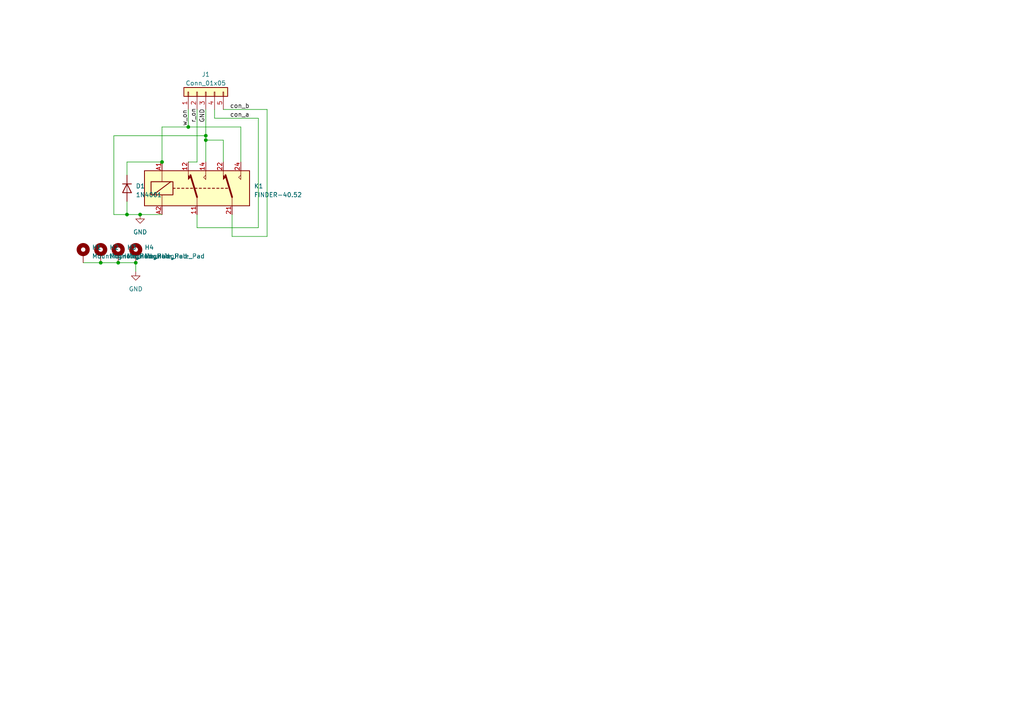
<source format=kicad_sch>
(kicad_sch (version 20230121) (generator eeschema)
  (paper "A4")
  (lib_symbols
    (symbol "Connector_Generic:Conn_01x05" (pin_names (offset 1.016) hide)
      (property "Reference" "J" (at 0 7.62 0))
      (property "Value" "Conn_01x05" (at 0 -7.62 0))
      (symbol "Conn_01x05_1_1"
        (rectangle (start -1.27 -4.953) (end 0 -5.207) (stroke (width 0.1524)))
        (rectangle (start -1.27 -2.413) (end 0 -2.667) (stroke (width 0.1524)))
        (rectangle (start -1.27 0.127) (end 0 -0.127) (stroke (width 0.1524)))
        (rectangle (start -1.27 2.667) (end 0 2.413) (stroke (width 0.1524)))
        (rectangle (start -1.27 5.207) (end 0 4.953) (stroke (width 0.1524)))
        (rectangle (start -1.27 6.35) (end 1.27 -6.35) (stroke (width 0.254)) (fill (type background)))
        (pin passive line (at -5.08 5.08 0) (length 3.81) (name "Pin_1") (number "1"))
        (pin passive line (at -5.08 2.54 0) (length 3.81) (name "Pin_2") (number "2"))
        (pin passive line (at -5.08 0 0) (length 3.81) (name "Pin_3") (number "3"))
        (pin passive line (at -5.08 -2.54 0) (length 3.81) (name "Pin_4") (number "4"))
        (pin passive line (at -5.08 -5.08 0) (length 3.81) (name "Pin_5") (number "5"))
      )
    )
    (symbol "Diode:1N4001" (pin_numbers hide) (pin_names hide)
      (property "Reference" "D" (at 0 2.54 0))
      (property "Value" "1N4001" (at 0 -2.54 0))
      (symbol "1N4001_0_1"
        (polyline (pts (xy -1.27 1.27) (xy -1.27 -1.27)) (stroke (width 0.254)))
        (polyline (pts (xy 1.27 0) (xy -1.27 0)))
        (polyline (pts (xy 1.27 1.27) (xy 1.27 -1.27) (xy -1.27 0) (xy 1.27 1.27)) (stroke (width 0.254)))
      )
      (symbol "1N4001_1_1"
        (pin passive line (at -3.81 0 0) (length 2.54) (name "K") (number "1"))
        (pin passive line (at 3.81 0 180) (length 2.54) (name "A") (number "2"))
      )
    )
    (symbol "Mechanical:MountingHole_Pad" (pin_numbers hide) (pin_names (offset 1.016) hide)
      (property "Reference" "H" (at 0 6.35 0))
      (property "Value" "MountingHole_Pad" (at 0 4.445 0))
      (symbol "MountingHole_Pad_0_1"
        (circle (center 0 1.27) (radius 1.27) (stroke (width 1.27)))
      )
      (symbol "MountingHole_Pad_1_1"
        (pin input line (at 0 -2.54 90) (length 2.54) (name "1") (number "1"))
      )
    )
    (symbol "Relay:FINDER-40.52"
      (property "Reference" "K" (at 16.51 3.81 0))
      (property "Value" "FINDER-40.52" (at 16.51 1.27 0))
      (symbol "FINDER-40.52_0_1"
        (rectangle (start -15.24 5.08) (end 15.24 -5.08) (stroke (width 0.254)) (fill (type background)))
        (rectangle (start -13.335 1.905) (end -6.985 -1.905) (stroke (width 0.254)))
        (polyline (pts (xy -12.7 -1.905) (xy -7.62 1.905)) (stroke (width 0.254)))
        (polyline (pts (xy -10.16 -5.08) (xy -10.16 -1.905)))
        (polyline (pts (xy -10.16 5.08) (xy -10.16 1.905)))
        (polyline (pts (xy -6.985 0) (xy -6.35 0)) (stroke (width 0.254)))
        (polyline (pts (xy -5.715 0) (xy -5.08 0)) (stroke (width 0.254)))
        (polyline (pts (xy -4.445 0) (xy -3.81 0)) (stroke (width 0.254)))
        (polyline (pts (xy -3.175 0) (xy -2.54 0)) (stroke (width 0.254)))
        (polyline (pts (xy -1.905 0) (xy -1.27 0)) (stroke (width 0.254)))
        (polyline (pts (xy -0.635 0) (xy 0 0)) (stroke (width 0.254)))
        (polyline (pts (xy 0 -2.54) (xy -1.905 3.81)) (stroke (width 0.508)))
        (polyline (pts (xy 0 -2.54) (xy 0 -5.08)))
        (polyline (pts (xy 0.635 0) (xy 1.27 0)) (stroke (width 0.254)))
        (polyline (pts (xy 1.905 0) (xy 2.54 0)) (stroke (width 0.254)))
        (polyline (pts (xy 3.175 0) (xy 3.81 0)) (stroke (width 0.254)))
        (polyline (pts (xy 4.445 0) (xy 5.08 0)) (stroke (width 0.254)))
        (polyline (pts (xy 5.715 0) (xy 6.35 0)) (stroke (width 0.254)))
        (polyline (pts (xy 6.985 0) (xy 7.62 0)) (stroke (width 0.254)))
        (polyline (pts (xy 8.255 0) (xy 8.89 0)) (stroke (width 0.254)))
        (polyline (pts (xy 10.16 -2.54) (xy 8.255 3.81)) (stroke (width 0.508)))
        (polyline (pts (xy 10.16 -2.54) (xy 10.16 -5.08)))
        (polyline (pts (xy -2.54 5.08) (xy -2.54 2.54) (xy -1.905 3.175) (xy -2.54 3.81)) (fill (type outline)))
        (polyline (pts (xy 2.54 5.08) (xy 2.54 2.54) (xy 1.905 3.175) (xy 2.54 3.81)))
        (polyline (pts (xy 7.62 5.08) (xy 7.62 2.54) (xy 8.255 3.175) (xy 7.62 3.81)) (fill (type outline)))
        (polyline (pts (xy 12.7 5.08) (xy 12.7 2.54) (xy 12.065 3.175) (xy 12.7 3.81)))
      )
      (symbol "FINDER-40.52_1_1"
        (pin passive line (at 0 -7.62 90) (length 2.54) (name "~") (number "11"))
        (pin passive line (at -2.54 7.62 270) (length 2.54) (name "~") (number "12"))
        (pin passive line (at 2.54 7.62 270) (length 2.54) (name "~") (number "14"))
        (pin passive line (at 10.16 -7.62 90) (length 2.54) (name "~") (number "21"))
        (pin passive line (at 7.62 7.62 270) (length 2.54) (name "~") (number "22"))
        (pin passive line (at 12.7 7.62 270) (length 2.54) (name "~") (number "24"))
        (pin passive line (at -10.16 7.62 270) (length 2.54) (name "~") (number "A1"))
        (pin passive line (at -10.16 -7.62 90) (length 2.54) (name "~") (number "A2"))
      )
    )
    (symbol "power:GND" (power) (pin_names (offset 0))
      (property "Value" "GND" (at 0 -3.81 0))
      (symbol "GND_0_1"
        (polyline (pts (xy 0 0) (xy 0 -1.27) (xy 1.27 -1.27) (xy 0 -2.54) (xy -1.27 -1.27) (xy 0 -1.27)))
      )
      (symbol "GND_1_1"
        (pin power_in line (at 0 0 270) (length 0) hide (name "GND") (number "1"))
      )
    )
  )
  (junction (at 59.69 40.64))
  (junction (at 59.69 39.37))
  (junction (at 39.37 76.2))
  (junction (at 29.21 76.2))
  (junction (at 54.61 36.83))
  (junction (at 40.64 62.23))
  (junction (at 34.29 76.2))
  (junction (at 36.83 62.23))
  (junction (at 46.99 46.99))
  (wire (pts (xy 24.13 76.2) (xy 29.21 76.2)))
  (wire (pts (xy 74.93 34.29) (xy 62.23 34.29)))
  (wire (pts (xy 69.85 36.83) (xy 69.85 46.99)))
  (wire (pts (xy 36.83 46.99) (xy 46.99 46.99)))
  (wire (pts (xy 57.15 31.75) (xy 57.15 46.99)))
  (wire (pts (xy 39.37 76.2) (xy 39.37 78.74)))
  (wire (pts (xy 34.29 76.2) (xy 39.37 76.2)))
  (wire (pts (xy 64.77 31.75) (xy 77.47 31.75)))
  (wire (pts (xy 59.69 40.64) (xy 59.69 46.99)))
  (wire (pts (xy 29.21 76.2) (xy 34.29 76.2)))
  (wire (pts (xy 33.02 62.23) (xy 36.83 62.23)))
  (wire (pts (xy 46.99 36.83) (xy 46.99 46.99)))
  (wire (pts (xy 64.77 40.64) (xy 59.69 40.64)))
  (wire (pts (xy 36.83 62.23) (xy 40.64 62.23)))
  (wire (pts (xy 67.31 68.58) (xy 67.31 62.23)))
  (wire (pts (xy 57.15 66.04) (xy 74.93 66.04)))
  (wire (pts (xy 33.02 39.37) (xy 33.02 62.23)))
  (wire (pts (xy 59.69 31.75) (xy 59.69 39.37)))
  (wire (pts (xy 57.15 46.99) (xy 54.61 46.99)))
  (wire (pts (xy 54.61 36.83) (xy 69.85 36.83)))
  (wire (pts (xy 40.64 62.23) (xy 46.99 62.23)))
  (wire (pts (xy 64.77 46.99) (xy 64.77 40.64)))
  (wire (pts (xy 59.69 39.37) (xy 33.02 39.37)))
  (wire (pts (xy 74.93 66.04) (xy 74.93 34.29)))
  (wire (pts (xy 62.23 34.29) (xy 62.23 31.75)))
  (wire (pts (xy 54.61 36.83) (xy 46.99 36.83)))
  (wire (pts (xy 36.83 58.42) (xy 36.83 62.23)))
  (wire (pts (xy 59.69 39.37) (xy 59.69 40.64)))
  (wire (pts (xy 77.47 68.58) (xy 67.31 68.58)))
  (wire (pts (xy 36.83 50.8) (xy 36.83 46.99)))
  (wire (pts (xy 54.61 31.75) (xy 54.61 36.83)))
  (wire (pts (xy 57.15 62.23) (xy 57.15 66.04)))
  (wire (pts (xy 77.47 31.75) (xy 77.47 68.58)))
  (label "con_a" (at 72.39 34.29 180))
  (label "w_on" (at 54.61 31.75 270))
  (label "r_on" (at 57.15 35.56 90))
  (label "con_b" (at 72.39 31.75 180))
  (label "GND" (at 59.69 35.56 90))
  (symbol (lib_id "power:GND") (at 39.37 78.74 0) (unit 1)
    (property "Reference" "#PWR02" (effects hide))
    (property "Value" "GND" (at 39.37 83.82 0))
  )
  (symbol (lib_id "Mechanical:MountingHole_Pad") (at 34.29 73.66 0) (unit 1)
    (property "Reference" "H3" (at 36.83 71.755 0) (effects (justify left)))
    (property "Value" "MountingHole_Pad" (at 36.83 74.295 0) (effects (justify left)))
    (property "Footprint" "MountingHole:MountingHole_3.2mm_M3_DIN965_Pad_TopBottom" (effects hide))
  )
  (symbol (lib_id "Connector_Generic:Conn_01x05") (at 59.69 26.67 90) (unit 1)
    (property "Reference" "J1" (at 59.69 21.59 90))
    (property "Value" "Conn_01x05" (at 59.69 24.13 90))
    (property "Footprint" "Connector_Phoenix_MSTB:PhoenixContact_MSTBVA_2,5_5-G_1x05_P5.00mm_Vertical" (effects hide))
  )
  (symbol (lib_id "Relay:FINDER-40.52") (at 57.15 54.61 0) (unit 1)
    (property "Reference" "K1" (at 73.66 53.975 0) (effects (justify left)))
    (property "Value" "FINDER-40.52" (at 73.66 56.515 0) (effects (justify left)))
    (property "Footprint" "Relay_THT:Relay_DPDT_Finder_40.52" (effects hide))
    (property "Datasheet" "http://gfinder.findernet.com/assets/Series/353/S40EN.pdf" (effects hide))
  )
  (symbol (lib_id "Diode:1N4001") (at 36.83 54.61 270) (unit 1)
    (property "Reference" "D1" (at 39.37 53.975 90) (effects (justify left)))
    (property "Value" "1N4001" (at 39.37 56.515 90) (effects (justify left)))
    (property "Footprint" "Diode_THT:D_DO-41_SOD81_P10.16mm_Horizontal" (effects hide))
    (property "Datasheet" "http://www.vishay.com/docs/88503/1n4001.pdf" (effects hide))
    (property "Sim.Device" "D" (effects hide))
    (property "Sim.Pins" "1=K 2=A" (effects hide))
  )
  (symbol (lib_id "power:GND") (at 40.64 62.23 0) (unit 1)
    (property "Reference" "#PWR01" (effects hide))
    (property "Value" "GND" (at 40.64 67.31 0))
  )
  (symbol (lib_id "Mechanical:MountingHole_Pad") (at 29.21 73.66 0) (unit 1)
    (property "Reference" "H2" (at 31.75 71.755 0) (effects (justify left)))
    (property "Value" "MountingHole_Pad" (at 31.75 74.295 0) (effects (justify left)))
    (property "Footprint" "MountingHole:MountingHole_3.2mm_M3_DIN965_Pad_TopBottom" (effects hide))
  )
  (symbol (lib_id "Mechanical:MountingHole_Pad") (at 39.37 73.66 0) (unit 1)
    (property "Reference" "H4" (at 41.91 71.755 0) (effects (justify left)))
    (property "Value" "MountingHole_Pad" (at 41.91 74.295 0) (effects (justify left)))
    (property "Footprint" "MountingHole:MountingHole_3.2mm_M3_DIN965_Pad_TopBottom" (effects hide))
  )
  (symbol (lib_id "Mechanical:MountingHole_Pad") (at 24.13 73.66 0) (unit 1)
    (property "Reference" "H1" (at 26.67 71.755 0) (effects (justify left)))
    (property "Value" "MountingHole_Pad" (at 26.67 74.295 0) (effects (justify left)))
    (property "Footprint" "MountingHole:MountingHole_3.2mm_M3_DIN965_Pad_TopBottom" (effects hide))
  )
)
</source>
